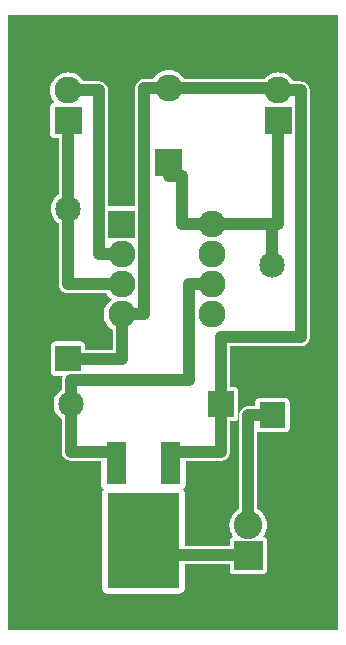
<source format=gbr>
G04 This is an RS-274x file exported by *
G04 gerbv version 2.6.1 *
G04 More information is available about gerbv at *
G04 http://gerbv.geda-project.org/ *
G04 --End of header info--*
%MOIN*%
%FSLAX34Y34*%
%IPPOS*%
G04 --Define apertures--*
%ADD10C,0.0001*%
%ADD11C,0.0400*%
%ADD12C,0.0900*%
%ADD13C,0.0850*%
%ADD14C,0.0950*%
%ADD15R,0.2362X0.2362*%
%ADD16R,0.0630X0.0630*%
%ADD17C,0.0280*%
%ADD18C,0.0300*%
%ADD19C,0.0430*%
G04 --Start main section--*
G54D10*
G36*
G01X0005725Y0020472D02*
G01X0011000Y0020472D01*
G01X0011000Y0000000D01*
G01X0005725Y0000000D01*
G01X0005725Y0001206D01*
G01X0005742Y0001210D01*
G01X0005771Y0001222D01*
G01X0005797Y0001238D01*
G01X0005821Y0001258D01*
G01X0005841Y0001282D01*
G01X0005857Y0001308D01*
G01X0005869Y0001337D01*
G01X0005876Y0001367D01*
G01X0005878Y0001398D01*
G01X0005878Y0002172D01*
G01X0007376Y0002172D01*
G01X0007376Y0001974D01*
G01X0007382Y0001951D01*
G01X0007391Y0001929D01*
G01X0007403Y0001909D01*
G01X0007419Y0001891D01*
G01X0007437Y0001876D01*
G01X0007457Y0001863D01*
G01X0007479Y0001854D01*
G01X0007502Y0001849D01*
G01X0007525Y0001847D01*
G01X0008499Y0001849D01*
G01X0008522Y0001854D01*
G01X0008543Y0001863D01*
G01X0008563Y0001876D01*
G01X0008581Y0001891D01*
G01X0008597Y0001909D01*
G01X0008609Y0001929D01*
G01X0008618Y0001951D01*
G01X0008624Y0001974D01*
G01X0008625Y0001997D01*
G01X0008624Y0002971D01*
G01X0008618Y0002994D01*
G01X0008609Y0003016D01*
G01X0008597Y0003036D01*
G01X0008581Y0003054D01*
G01X0008563Y0003069D01*
G01X0008543Y0003082D01*
G01X0008522Y0003091D01*
G01X0008500Y0003096D01*
G01X0008507Y0003104D01*
G01X0008559Y0003188D01*
G01X0008596Y0003279D01*
G01X0008619Y0003374D01*
G01X0008625Y0003472D01*
G01X0008619Y0003571D01*
G01X0008596Y0003666D01*
G01X0008559Y0003757D01*
G01X0008507Y0003841D01*
G01X0008443Y0003916D01*
G01X0008369Y0003980D01*
G01X0008300Y0004022D01*
G01X0008300Y0006592D01*
G01X0008309Y0006587D01*
G01X0008330Y0006578D01*
G01X0008353Y0006573D01*
G01X0008377Y0006571D01*
G01X0009250Y0006573D01*
G01X0009273Y0006578D01*
G01X0009295Y0006587D01*
G01X0009315Y0006599D01*
G01X0009333Y0006615D01*
G01X0009349Y0006633D01*
G01X0009361Y0006653D01*
G01X0009370Y0006675D01*
G01X0009375Y0006698D01*
G01X0009377Y0006721D01*
G01X0009375Y0007595D01*
G01X0009370Y0007618D01*
G01X0009361Y0007640D01*
G01X0009349Y0007660D01*
G01X0009333Y0007678D01*
G01X0009315Y0007693D01*
G01X0009295Y0007705D01*
G01X0009273Y0007714D01*
G01X0009250Y0007720D01*
G01X0009227Y0007721D01*
G01X0008353Y0007720D01*
G01X0008330Y0007714D01*
G01X0008309Y0007705D01*
G01X0008288Y0007693D01*
G01X0008270Y0007678D01*
G01X0008255Y0007660D01*
G01X0008243Y0007640D01*
G01X0008234Y0007618D01*
G01X0008228Y0007595D01*
G01X0008227Y0007571D01*
G01X0008227Y0007446D01*
G01X0008012Y0007446D01*
G01X0008000Y0007447D01*
G01X0007953Y0007443D01*
G01X0007907Y0007432D01*
G01X0007863Y0007414D01*
G01X0007823Y0007390D01*
G01X0007787Y0007359D01*
G01X0007756Y0007323D01*
G01X0007732Y0007283D01*
G01X0007714Y0007239D01*
G01X0007703Y0007193D01*
G01X0007703Y0007193D01*
G01X0007699Y0007146D01*
G01X0007700Y0007134D01*
G01X0007700Y0004022D01*
G01X0007632Y0003980D01*
G01X0007557Y0003916D01*
G01X0007493Y0003841D01*
G01X0007441Y0003757D01*
G01X0007404Y0003666D01*
G01X0007381Y0003571D01*
G01X0007373Y0003472D01*
G01X0007381Y0003374D01*
G01X0007404Y0003279D01*
G01X0007441Y0003188D01*
G01X0007493Y0003104D01*
G01X0007500Y0003096D01*
G01X0007479Y0003091D01*
G01X0007457Y0003082D01*
G01X0007437Y0003069D01*
G01X0007419Y0003054D01*
G01X0007403Y0003036D01*
G01X0007391Y0003016D01*
G01X0007382Y0002994D01*
G01X0007376Y0002971D01*
G01X0007375Y0002947D01*
G01X0007375Y0002772D01*
G01X0005877Y0002772D01*
G01X0005876Y0004578D01*
G01X0005869Y0004608D01*
G01X0005857Y0004637D01*
G01X0005841Y0004663D01*
G01X0005821Y0004687D01*
G01X0005817Y0004690D01*
G01X0005837Y0004703D01*
G01X0005860Y0004723D01*
G01X0005880Y0004746D01*
G01X0005896Y0004773D01*
G01X0005908Y0004801D01*
G01X0005916Y0004831D01*
G01X0005917Y0004862D01*
G01X0005916Y0005625D01*
G01X0007076Y0005625D01*
G01X0007088Y0005624D01*
G01X0007135Y0005628D01*
G01X0007135Y0005628D01*
G01X0007181Y0005639D01*
G01X0007225Y0005657D01*
G01X0007265Y0005682D01*
G01X0007301Y0005713D01*
G01X0007332Y0005749D01*
G01X0007356Y0005789D01*
G01X0007374Y0005832D01*
G01X0007385Y0005878D01*
G01X0007389Y0005925D01*
G01X0007388Y0005937D01*
G01X0007388Y0006941D01*
G01X0007537Y0006941D01*
G01X0007560Y0006947D01*
G01X0007581Y0006956D01*
G01X0007601Y0006968D01*
G01X0007619Y0006984D01*
G01X0007635Y0007002D01*
G01X0007647Y0007022D01*
G01X0007656Y0007044D01*
G01X0007662Y0007066D01*
G01X0007663Y0007090D01*
G01X0007662Y0007964D01*
G01X0007656Y0007987D01*
G01X0007647Y0008008D01*
G01X0007635Y0008028D01*
G01X0007619Y0008046D01*
G01X0007601Y0008062D01*
G01X0007581Y0008074D01*
G01X0007560Y0008083D01*
G01X0007537Y0008089D01*
G01X0007513Y0008090D01*
G01X0007388Y0008090D01*
G01X0007388Y0009456D01*
G01X0009738Y0009456D01*
G01X0009750Y0009455D01*
G01X0009797Y0009459D01*
G01X0009797Y0009459D01*
G01X0009843Y0009470D01*
G01X0009887Y0009488D01*
G01X0009927Y0009513D01*
G01X0009963Y0009544D01*
G01X0009994Y0009580D01*
G01X0010018Y0009620D01*
G01X0010036Y0009663D01*
G01X0010047Y0009709D01*
G01X0010051Y0009756D01*
G01X0010050Y0009768D01*
G01X0010050Y0017961D01*
G01X0010051Y0017972D01*
G01X0010047Y0018020D01*
G01X0010036Y0018065D01*
G01X0010018Y0018109D01*
G01X0009994Y0018149D01*
G01X0009963Y0018185D01*
G01X0009927Y0018216D01*
G01X0009887Y0018241D01*
G01X0009843Y0018259D01*
G01X0009797Y0018270D01*
G01X0009750Y0018273D01*
G01X0009738Y0018272D01*
G01X0009520Y0018272D01*
G01X0009487Y0018326D01*
G01X0009426Y0018398D01*
G01X0009354Y0018459D01*
G01X0009273Y0018509D01*
G01X0009186Y0018545D01*
G01X0009094Y0018567D01*
G01X0009000Y0018574D01*
G01X0008906Y0018567D01*
G01X0008814Y0018545D01*
G01X0008727Y0018509D01*
G01X0008646Y0018459D01*
G01X0008574Y0018398D01*
G01X0008538Y0018355D01*
G01X0005869Y0018355D01*
G01X0005836Y0018409D01*
G01X0005774Y0018481D01*
G01X0005725Y0018523D01*
G01X0005725Y0020472D01*
G37*
G36*
G01X0000000Y0020472D02*
G01X0005725Y0020472D01*
G01X0005725Y0018523D01*
G01X0005703Y0018542D01*
G01X0005622Y0018591D01*
G01X0005535Y0018628D01*
G01X0005443Y0018650D01*
G01X0005349Y0018657D01*
G01X0005255Y0018650D01*
G01X0005163Y0018628D01*
G01X0005076Y0018591D01*
G01X0004995Y0018542D01*
G01X0004923Y0018481D01*
G01X0004862Y0018409D01*
G01X0004829Y0018355D01*
G01X0004539Y0018355D01*
G01X0004528Y0018356D01*
G01X0004481Y0018352D01*
G01X0004435Y0018341D01*
G01X0004391Y0018323D01*
G01X0004351Y0018299D01*
G01X0004315Y0018268D01*
G01X0004284Y0018232D01*
G01X0004260Y0018192D01*
G01X0004241Y0018148D01*
G01X0004230Y0018102D01*
G01X0004230Y0018102D01*
G01X0004227Y0018055D01*
G01X0004228Y0018043D01*
G01X0004228Y0014106D01*
G01X0004228Y0014106D01*
G01X0003328Y0014105D01*
G01X0003328Y0017961D01*
G01X0003329Y0017972D01*
G01X0003325Y0018020D01*
G01X0003314Y0018065D01*
G01X0003296Y0018109D01*
G01X0003271Y0018149D01*
G01X0003240Y0018185D01*
G01X0003205Y0018216D01*
G01X0003164Y0018241D01*
G01X0003121Y0018259D01*
G01X0003075Y0018270D01*
G01X0003028Y0018273D01*
G01X0003016Y0018272D01*
G01X0002520Y0018272D01*
G01X0002487Y0018326D01*
G01X0002426Y0018398D01*
G01X0002354Y0018459D01*
G01X0002273Y0018509D01*
G01X0002186Y0018545D01*
G01X0002094Y0018567D01*
G01X0002000Y0018574D01*
G01X0001906Y0018567D01*
G01X0001814Y0018545D01*
G01X0001727Y0018509D01*
G01X0001646Y0018459D01*
G01X0001574Y0018398D01*
G01X0001513Y0018326D01*
G01X0001464Y0018246D01*
G01X0001428Y0018158D01*
G01X0001406Y0018067D01*
G01X0001398Y0017972D01*
G01X0001406Y0017878D01*
G01X0001428Y0017787D01*
G01X0001464Y0017699D01*
G01X0001513Y0017619D01*
G01X0001554Y0017571D01*
G01X0001527Y0017571D01*
G01X0001504Y0017566D01*
G01X0001482Y0017557D01*
G01X0001462Y0017544D01*
G01X0001444Y0017529D01*
G01X0001428Y0017511D01*
G01X0001416Y0017491D01*
G01X0001407Y0017469D01*
G01X0001401Y0017446D01*
G01X0001400Y0017422D01*
G01X0001401Y0016499D01*
G01X0001407Y0016476D01*
G01X0001416Y0016454D01*
G01X0001428Y0016434D01*
G01X0001444Y0016416D01*
G01X0001462Y0016401D01*
G01X0001482Y0016388D01*
G01X0001504Y0016379D01*
G01X0001527Y0016374D01*
G01X0001550Y0016372D01*
G01X0001700Y0016373D01*
G01X0001700Y0014528D01*
G01X0001651Y0014498D01*
G01X0001582Y0014439D01*
G01X0001523Y0014370D01*
G01X0001476Y0014293D01*
G01X0001442Y0014209D01*
G01X0001420Y0014121D01*
G01X0001413Y0014031D01*
G01X0001420Y0013941D01*
G01X0001442Y0013853D01*
G01X0001476Y0013769D01*
G01X0001523Y0013692D01*
G01X0001582Y0013623D01*
G01X0001651Y0013565D01*
G01X0001690Y0013541D01*
G01X0001690Y0011518D01*
G01X0001689Y0011506D01*
G01X0001693Y0011459D01*
G01X0001704Y0011413D01*
G01X0001722Y0011370D01*
G01X0001747Y0011329D01*
G01X0001777Y0011294D01*
G01X0001813Y0011263D01*
G01X0001853Y0011238D01*
G01X0001897Y0011220D01*
G01X0001943Y0011209D01*
G01X0001990Y0011205D01*
G01X0002002Y0011206D01*
G01X0003258Y0011206D01*
G01X0003291Y0011153D01*
G01X0003352Y0011081D01*
G01X0003424Y0011019D01*
G01X0003445Y0011006D01*
G01X0003424Y0010993D01*
G01X0003352Y0010932D01*
G01X0003291Y0010860D01*
G01X0003241Y0010780D01*
G01X0003205Y0010692D01*
G01X0003183Y0010601D01*
G01X0003176Y0010506D01*
G01X0003183Y0010412D01*
G01X0003205Y0010320D01*
G01X0003241Y0010233D01*
G01X0003291Y0010153D01*
G01X0003352Y0010081D01*
G01X0003424Y0010019D01*
G01X0003478Y0009987D01*
G01X0003478Y0009331D01*
G01X0002564Y0009331D01*
G01X0002564Y0009480D01*
G01X0002558Y0009503D01*
G01X0002549Y0009525D01*
G01X0002537Y0009545D01*
G01X0002521Y0009563D01*
G01X0002503Y0009578D01*
G01X0002483Y0009590D01*
G01X0002462Y0009599D01*
G01X0002439Y0009605D01*
G01X0002415Y0009606D01*
G01X0001542Y0009605D01*
G01X0001519Y0009599D01*
G01X0001497Y0009590D01*
G01X0001477Y0009578D01*
G01X0001459Y0009563D01*
G01X0001443Y0009545D01*
G01X0001431Y0009525D01*
G01X0001422Y0009503D01*
G01X0001416Y0009480D01*
G01X0001415Y0009456D01*
G01X0001416Y0008583D01*
G01X0001422Y0008560D01*
G01X0001431Y0008538D01*
G01X0001443Y0008518D01*
G01X0001459Y0008500D01*
G01X0001477Y0008485D01*
G01X0001497Y0008472D01*
G01X0001519Y0008463D01*
G01X0001542Y0008458D01*
G01X0001565Y0008456D01*
G01X0001828Y0008457D01*
G01X0001820Y0008443D01*
G01X0001802Y0008399D01*
G01X0001791Y0008353D01*
G01X0001791Y0008353D01*
G01X0001787Y0008306D01*
G01X0001788Y0008294D01*
G01X0001788Y0008006D01*
G01X0001749Y0007982D01*
G01X0001680Y0007923D01*
G01X0001621Y0007854D01*
G01X0001574Y0007777D01*
G01X0001540Y0007693D01*
G01X0001518Y0007605D01*
G01X0001511Y0007515D01*
G01X0001518Y0007425D01*
G01X0001540Y0007337D01*
G01X0001574Y0007253D01*
G01X0001621Y0007176D01*
G01X0001680Y0007107D01*
G01X0001749Y0007048D01*
G01X0001788Y0007024D01*
G01X0001788Y0005937D01*
G01X0001787Y0005925D01*
G01X0001791Y0005878D01*
G01X0001802Y0005832D01*
G01X0001820Y0005789D01*
G01X0001845Y0005749D01*
G01X0001875Y0005713D01*
G01X0001911Y0005682D01*
G01X0001951Y0005657D01*
G01X0001995Y0005639D01*
G01X0002041Y0005628D01*
G01X0002088Y0005624D01*
G01X0002100Y0005625D01*
G01X0003084Y0005625D01*
G01X0003085Y0004831D01*
G01X0003092Y0004801D01*
G01X0003104Y0004773D01*
G01X0003120Y0004746D01*
G01X0003140Y0004723D01*
G01X0003164Y0004703D01*
G01X0003183Y0004690D01*
G01X0003179Y0004687D01*
G01X0003159Y0004663D01*
G01X0003143Y0004637D01*
G01X0003131Y0004608D01*
G01X0003124Y0004578D01*
G01X0003122Y0004547D01*
G01X0003124Y0001367D01*
G01X0003131Y0001337D01*
G01X0003143Y0001308D01*
G01X0003159Y0001282D01*
G01X0003179Y0001258D01*
G01X0003203Y0001238D01*
G01X0003229Y0001222D01*
G01X0003258Y0001210D01*
G01X0003288Y0001203D01*
G01X0003319Y0001201D01*
G01X0005712Y0001203D01*
G01X0005725Y0001206D01*
G01X0005725Y0000000D01*
G01X0000000Y0000000D01*
G01X0000000Y0020472D01*
G37*
G54D11*
G01X0003778Y0010506D02*
G01X0003778Y0009031D01*
G01X0003778Y0009031D02*
G01X0001990Y0009031D01*
G01X0004528Y0010506D02*
G01X0003778Y0010506D01*
G01X0003778Y0011506D02*
G01X0001990Y0011506D01*
G01X0006028Y0011506D02*
G01X0006028Y0008306D01*
G01X0001990Y0014031D02*
G01X0001990Y0011506D01*
G01X0002000Y0014031D02*
G01X0001990Y0014031D01*
G01X0002000Y0016972D02*
G01X0002000Y0014031D01*
G01X0003028Y0017972D02*
G01X0002000Y0017972D01*
G01X0003028Y0017972D02*
G01X0003028Y0012506D01*
G01X0003778Y0012506D02*
G01X0003028Y0012506D01*
G01X0005799Y0015105D02*
G01X0005799Y0013506D01*
G01X0005799Y0015105D02*
G01X0005349Y0015105D01*
G01X0005349Y0015555D02*
G01X0005349Y0015105D01*
G01X0002088Y0008306D02*
G01X0002088Y0007515D01*
G01X0006028Y0008306D02*
G01X0002088Y0008306D01*
G01X0003595Y0005925D02*
G01X0002088Y0005925D01*
G01X0002088Y0007515D02*
G01X0002088Y0005925D01*
G01X0005349Y0018055D02*
G01X0004528Y0018055D01*
G01X0004528Y0018055D02*
G01X0004528Y0010506D01*
G01X0009000Y0018055D02*
G01X0005349Y0018055D01*
G01X0006778Y0013506D02*
G01X0005799Y0013506D01*
G01X0008802Y0013506D02*
G01X0008802Y0012146D01*
G01X0008802Y0013506D02*
G01X0006778Y0013506D01*
G01X0009750Y0009756D02*
G01X0007088Y0009756D01*
G01X0009750Y0017972D02*
G01X0009750Y0009756D01*
G01X0009750Y0017972D02*
G01X0009000Y0017972D01*
G01X0009000Y0018055D02*
G01X0009000Y0017972D01*
G01X0006778Y0011506D02*
G01X0006028Y0011506D01*
G01X0009000Y0013506D02*
G01X0007790Y0013506D01*
G01X0009000Y0016972D02*
G01X0009000Y0013506D01*
G01X0007088Y0009756D02*
G01X0007088Y0007515D01*
G01X0007088Y0007515D02*
G01X0007088Y0005925D01*
G01X0008802Y0007146D02*
G01X0008000Y0007146D01*
G01X0007088Y0005925D02*
G01X0005406Y0005925D01*
G01X0004500Y0002579D02*
G01X0004500Y0002472D01*
G01X0008000Y0002472D02*
G01X0004500Y0002472D01*
G01X0008000Y0007146D02*
G01X0008000Y0003472D01*
G54D12*
G01X0006778Y0010506D03*
G54D10*
G36*
G01X0008377Y0007571D02*
G01X0008377Y0006721D01*
G01X0009227Y0006721D01*
G01X0009227Y0007571D01*
G01X0008377Y0007571D01*
G37*
G36*
G01X0006663Y0007940D02*
G01X0006663Y0007090D01*
G01X0007513Y0007090D01*
G01X0007513Y0007940D01*
G01X0006663Y0007940D01*
G37*
G54D12*
G01X0006778Y0011506D03*
G54D10*
G36*
G01X0001565Y0009456D02*
G01X0001565Y0008606D01*
G01X0002415Y0008606D01*
G01X0002415Y0009456D01*
G01X0001565Y0009456D01*
G37*
G54D12*
G01X0003778Y0010506D03*
G54D13*
G01X0002088Y0007515D03*
G54D10*
G36*
G01X0007525Y0002947D02*
G01X0007525Y0001997D01*
G01X0008475Y0001997D01*
G01X0008475Y0002947D01*
G01X0007525Y0002947D01*
G37*
G54D14*
G01X0008000Y0003472D03*
G54D13*
G01X0001990Y0014031D03*
G54D10*
G36*
G01X0003328Y0013956D02*
G01X0003328Y0013056D01*
G01X0004228Y0013056D01*
G01X0004228Y0013956D01*
G01X0003328Y0013956D01*
G37*
G54D12*
G01X0003778Y0012506D03*
G01X0003778Y0011506D03*
G54D10*
G36*
G01X0001550Y0017422D02*
G01X0001550Y0016522D01*
G01X0002450Y0016522D01*
G01X0002450Y0017422D01*
G01X0001550Y0017422D01*
G37*
G54D12*
G01X0002000Y0017972D03*
G01X0006778Y0012506D03*
G54D13*
G01X0008802Y0012146D03*
G54D12*
G01X0006778Y0013506D03*
G54D10*
G36*
G01X0004899Y0016005D02*
G01X0004899Y0015105D01*
G01X0005799Y0015105D01*
G01X0005799Y0016005D01*
G01X0004899Y0016005D01*
G37*
G54D12*
G01X0005349Y0018055D03*
G54D10*
G36*
G01X0008550Y0017422D02*
G01X0008550Y0016522D01*
G01X0009450Y0016522D01*
G01X0009450Y0017422D01*
G01X0008550Y0017422D01*
G37*
G54D12*
G01X0009000Y0017972D03*
G54D15*
G01X0004500Y0003366D02*
G01X0004500Y0002579D01*
G54D16*
G01X0005406Y0005925D02*
G01X0005406Y0005177D01*
G01X0003595Y0005925D02*
G01X0003595Y0005177D01*
M02*

</source>
